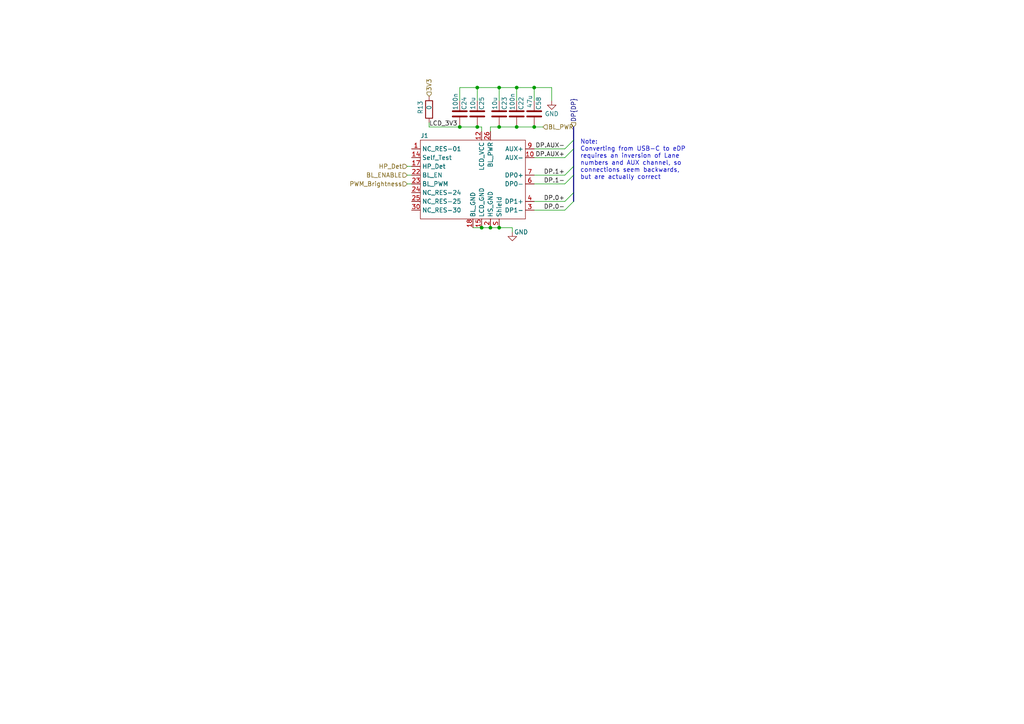
<source format=kicad_sch>
(kicad_sch (version 20250114) (generator "eeschema") (generator_version "9.0")
  (paper "A4")
  (lib_symbols
    (symbol "Device:C" (pin_numbers (hide yes)) (pin_names (offset 0.254))
      (property "Reference" "C" (at 0.635 2.54 0))
      (property "Value" "C" (at 0.635 -2.54 0))
      (symbol "C_0_1"
        (polyline (pts (xy -2.032 0.762) (xy 2.032 0.762)) (stroke (width 0.508)))
        (polyline (pts (xy -2.032 -0.762) (xy 2.032 -0.762)) (stroke (width 0.508)))
      )
      (symbol "C_1_1"
        (pin passive line (at 0 3.81 270) (length 2.794) (name "~") (number "1"))
        (pin passive line (at 0 -3.81 90) (length 2.794) (name "~") (number "2"))
      )
    )
    (symbol "Device:R" (pin_numbers (hide yes)) (pin_names (offset 0))
      (property "Reference" "R" (at 2.032 0 90))
      (property "Value" "R" (at 0 0 90))
      (symbol "R_0_1"
        (rectangle (start -1.016 -2.54) (end 1.016 2.54) (stroke (width 0.254)))
      )
      (symbol "R_1_1"
        (pin passive line (at 0 3.81 270) (length 1.27) (name "~") (number "1"))
        (pin passive line (at 0 -3.81 90) (length 1.27) (name "~") (number "2"))
      )
    )
    (symbol "PuzzLib:eDP_CONN"
      (property "Reference" "J" (at 0 0 0))
      (symbol "eDP_CONN_0_1"
        (rectangle (start -15.24 11.43) (end 15.24 -11.43))
      )
      (symbol "eDP_CONN_1_1"
        (pin unspecified line (at -17.78 8.89 0) (length 2.54) (name "NC_RES-01") (number "1"))
        (pin input line (at -17.78 6.35 0) (length 2.54) (name "Self_Test") (number "14"))
        (pin input line (at -17.78 3.81 0) (length 2.54) (name "HP_Det") (number "17"))
        (pin input line (at -17.78 1.27 0) (length 2.54) (name "BL_EN") (number "22"))
        (pin input line (at -17.78 -1.27 0) (length 2.54) (name "BL_PWM") (number "23"))
        (pin unspecified line (at -17.78 -3.81 0) (length 2.54) (name "NC_RES-24") (number "24"))
        (pin unspecified line (at -17.78 -6.35 0) (length 2.54) (name "NC_RES-25") (number "25"))
        (pin unspecified line (at -17.78 -8.89 0) (length 2.54) (name "NC_RES-30") (number "30"))
        (pin power_in line (at 0 -13.97 90) (length 2.54) (name "BL_GND") (number "18"))
        (pin unspecified line (at 0 -13.97 90) (length 2.54) (hide yes) (name "BL_GND") (number "19"))
        (pin unspecified line (at 0 -13.97 90) (length 2.54) (hide yes) (name "BL_GND") (number "20"))
        (pin unspecified line (at 0 -13.97 90) (length 2.54) (hide yes) (name "BL_GND") (number "21"))
        (pin power_in line (at 2.54 13.97 270) (length 2.54) (name "LCD_VCC") (number "12"))
        (pin unspecified line (at 2.54 13.97 270) (length 2.54) (hide yes) (name "LCD_VCC") (number "13"))
        (pin power_in line (at 2.54 -13.97 90) (length 2.54) (name "LCD_GND") (number "15"))
        (pin unspecified line (at 2.54 -13.97 90) (length 2.54) (hide yes) (name "LCD_GND") (number "16"))
        (pin power_in line (at 5.08 13.97 270) (length 2.54) (name "BL_PWR") (number "26"))
        (pin unspecified line (at 5.08 13.97 270) (length 2.54) (hide yes) (name "BL_PWR") (number "27"))
        (pin unspecified line (at 5.08 13.97 270) (length 2.54) (hide yes) (name "BL_PWR") (number "28"))
        (pin unspecified line (at 5.08 13.97 270) (length 2.54) (hide yes) (name "BL_PWR") (number "29"))
        (pin unspecified line (at 5.08 -13.97 90) (length 2.54) (hide yes) (name "HS_GND") (number "11"))
        (pin power_in line (at 5.08 -13.97 90) (length 2.54) (name "HS_GND") (number "2"))
        (pin unspecified line (at 5.08 -13.97 90) (length 2.54) (hide yes) (name "HS_GND") (number "5"))
        (pin unspecified line (at 5.08 -13.97 90) (length 2.54) (hide yes) (name "HS_GND") (number "8"))
        (pin unspecified line (at 7.62 -13.97 90) (length 2.54) (name "Shield") (number "S"))
        (pin input line (at 17.78 8.89 180) (length 2.54) (name "AUX+") (number "9"))
        (pin input line (at 17.78 6.35 180) (length 2.54) (name "AUX-") (number "10"))
        (pin input line (at 17.78 1.27 180) (length 2.54) (name "DP0+") (number "7"))
        (pin input line (at 17.78 -1.27 180) (length 2.54) (name "DP0-") (number "6"))
        (pin input line (at 17.78 -6.35 180) (length 2.54) (name "DP1+") (number "4"))
        (pin input line (at 17.78 -8.89 180) (length 2.54) (name "DP1-") (number "3"))
      )
    )
    (symbol "power:GND" (power) (pin_names (offset 0))
      (property "Value" "GND" (at 0 -3.81 0))
      (symbol "GND_0_1"
        (polyline (pts (xy 0 0) (xy 0 -1.27) (xy 1.27 -1.27) (xy 0 -2.54) (xy -1.27 -1.27) (xy 0 -1.27)))
      )
      (symbol "GND_1_1"
        (pin power_in line (at 0 0 270) (length 0) (hide yes) (name "GND") (number "1"))
      )
    )
  )
  (text "Note:\nConverting from USB-C to eDP \nrequires an inversion of Lane\nnumbers and AUX channel, so \nconnections seem backwards,\nbut are actually correct" (at 168.275 46.355 0) (effects (font (size 1.27 1.27)) (justify left)))
  (junction (at 154.94 36.83))
  (junction (at 144.78 25.4))
  (junction (at 138.43 36.83))
  (junction (at 139.7 66.04))
  (junction (at 133.35 36.83))
  (junction (at 149.86 25.4))
  (junction (at 142.24 66.04))
  (junction (at 144.78 66.04))
  (junction (at 149.86 36.83))
  (junction (at 144.78 36.83))
  (junction (at 154.94 25.4))
  (junction (at 138.43 25.4))
  (bus_entry (at 166.37 55.88) (size -2.54 2.54))
  (bus_entry (at 166.37 58.42) (size -2.54 2.54))
  (bus_entry (at 166.37 50.8) (size -2.54 2.54))
  (bus_entry (at 166.37 48.26) (size -2.54 2.54))
  (bus_entry (at 166.37 43.18) (size -2.54 2.54))
  (bus_entry (at 166.37 40.64) (size -2.54 2.54))
  (wire (pts (xy 138.43 25.4) (xy 138.43 29.21)))
  (wire (pts (xy 139.7 66.04) (xy 142.24 66.04)))
  (wire (pts (xy 160.02 29.21) (xy 160.02 25.4)))
  (wire (pts (xy 154.94 53.34) (xy 163.83 53.34)))
  (wire (pts (xy 149.86 25.4) (xy 144.78 25.4)))
  (wire (pts (xy 148.59 66.04) (xy 148.59 67.31)))
  (wire (pts (xy 154.94 45.72) (xy 163.83 45.72)))
  (wire (pts (xy 133.35 36.83) (xy 138.43 36.83)))
  (wire (pts (xy 154.94 50.8) (xy 163.83 50.8)))
  (wire (pts (xy 124.46 36.83) (xy 124.46 35.56)))
  (wire (pts (xy 144.78 36.83) (xy 142.24 36.83)))
  (wire (pts (xy 154.94 25.4) (xy 149.86 25.4)))
  (wire (pts (xy 142.24 66.04) (xy 144.78 66.04)))
  (wire (pts (xy 138.43 36.83) (xy 139.7 36.83)))
  (wire (pts (xy 157.48 36.83) (xy 154.94 36.83)))
  (bus (pts (xy 166.37 55.88) (xy 166.37 58.42)))
  (wire (pts (xy 118.11 48.26) (xy 119.38 48.26)))
  (bus (pts (xy 166.37 48.26) (xy 166.37 50.8)))
  (wire (pts (xy 154.94 58.42) (xy 163.83 58.42)))
  (wire (pts (xy 149.86 25.4) (xy 149.86 29.21)))
  (wire (pts (xy 124.46 36.83) (xy 133.35 36.83)))
  (wire (pts (xy 144.78 66.04) (xy 148.59 66.04)))
  (wire (pts (xy 118.11 53.34) (xy 119.38 53.34)))
  (bus (pts (xy 166.37 43.18) (xy 166.37 48.26)))
  (wire (pts (xy 138.43 25.4) (xy 133.35 25.4)))
  (wire (pts (xy 154.94 36.83) (xy 149.86 36.83)))
  (wire (pts (xy 154.94 43.18) (xy 163.83 43.18)))
  (bus (pts (xy 166.37 36.83) (xy 166.37 40.64)))
  (wire (pts (xy 144.78 25.4) (xy 138.43 25.4)))
  (bus (pts (xy 166.37 50.8) (xy 166.37 55.88)))
  (wire (pts (xy 142.24 36.83) (xy 142.24 38.1)))
  (wire (pts (xy 154.94 25.4) (xy 154.94 29.21)))
  (wire (pts (xy 137.16 66.04) (xy 139.7 66.04)))
  (wire (pts (xy 160.02 25.4) (xy 154.94 25.4)))
  (wire (pts (xy 154.94 60.96) (xy 163.83 60.96)))
  (wire (pts (xy 149.86 36.83) (xy 144.78 36.83)))
  (wire (pts (xy 139.7 38.1) (xy 139.7 36.83)))
  (wire (pts (xy 118.11 50.8) (xy 119.38 50.8)))
  (bus (pts (xy 166.37 40.64) (xy 166.37 43.18)))
  (wire (pts (xy 144.78 25.4) (xy 144.78 29.21)))
  (wire (pts (xy 133.35 25.4) (xy 133.35 29.21)))
  (label "DP.0+" (at 163.83 58.42 180))
  (label "DP.1-" (at 163.83 53.34 180))
  (label "DP.1+" (at 163.83 50.8 180))
  (label "DP.AUX-" (at 163.83 43.18 180))
  (label "DP.0-" (at 163.83 60.96 180))
  (label "DP.AUX+" (at 163.83 45.72 180))
  (label "LCD_3V3" (at 124.46 36.83 0))
  (hierarchical_label "BL_PWR" (shape input) (at 157.48 36.83 0))
  (hierarchical_label "PWM_Brightness" (shape input) (at 118.11 53.34 180))
  (hierarchical_label "DP{DP}" (shape input) (at 166.37 36.83 90))
  (hierarchical_label "BL_ENABLE" (shape input) (at 118.11 50.8 180))
  (hierarchical_label "HP_Det" (shape input) (at 118.11 48.26 180))
  (hierarchical_label "3V3" (shape input) (at 124.46 27.94 90))
  (symbol (lib_id "Device:C") (at 144.78 33.02 0) (unit 1)
    (property "Reference" "C23" (at 146.304 29.972 90))
    (property "Value" "10u" (at 143.51 29.972 90))
    (property "Footprint" "PuzzLib:0603_C" (effects (hide yes)))
  )
  (symbol (lib_id "Device:R") (at 124.46 31.75 0) (unit 1)
    (property "Reference" "R13" (at 121.92 29.21 90) (effects (justify right)))
    (property "Value" "0" (at 124.46 30.48 90) (effects (justify right)))
    (property "Footprint" "PuzzLib:0805_R" (effects (hide yes)))
  )
  (symbol (lib_id "Device:C") (at 138.43 33.02 180) (unit 1)
    (property "Reference" "C25" (at 139.7 29.972 90))
    (property "Value" "10u" (at 137.16 29.972 90))
    (property "Footprint" "PuzzLib:0603_C" (effects (hide yes)))
  )
  (symbol (lib_id "power:GND") (at 160.02 29.21 0) (unit 1)
    (property "Reference" "#PWR09" (effects (hide yes)))
    (property "Value" "GND" (at 160.02 33.02 0))
  )
  (symbol (lib_id "PuzzLib:eDP_CONN") (at 137.16 52.07 0) (unit 1)
    (property "Reference" "J1" (at 121.92 39.37 0) (effects (justify left)))
    (property "Value" "30_Pin_Zif" (effects (hide yes)))
    (property "Footprint" "PuzzLib:FH19SC-30S-0.5SH(09)" (effects (hide yes)))
  )
  (symbol (lib_id "power:GND") (at 148.59 67.31 0) (unit 1)
    (property "Reference" "#PWR02" (effects (hide yes)))
    (property "Value" "GND" (at 151.13 67.31 0))
  )
  (symbol (lib_id "Device:C") (at 154.94 33.02 0) (unit 1)
    (property "Reference" "C58" (at 156.21 29.972 90))
    (property "Value" "47u" (at 153.67 29.464 90))
    (property "Footprint" "PuzzLib:0603_C" (effects (hide yes)))
  )
  (symbol (lib_id "Device:C") (at 133.35 33.02 180) (unit 1)
    (property "Reference" "C24" (at 134.62 29.972 90))
    (property "Value" "100n" (at 132.08 29.464 90))
    (property "Footprint" "PuzzLib:0603_C" (effects (hide yes)))
  )
  (symbol (lib_id "Device:C") (at 149.86 33.02 0) (unit 1)
    (property "Reference" "C22" (at 151.13 29.972 90))
    (property "Value" "100n" (at 148.59 29.464 90))
    (property "Footprint" "PuzzLib:0603_C" (effects (hide yes)))
  )
)
</source>
